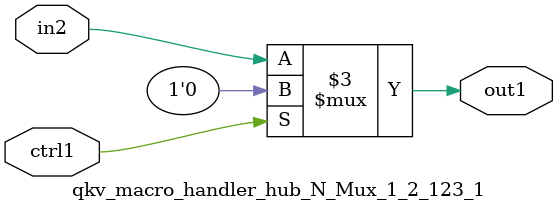
<source format=v>

`timescale 1ps / 1ps


module qkv_macro_handler_hub_N_Mux_1_2_123_1( in2, ctrl1, out1 );

    input in2;
    input ctrl1;
    output out1;
    reg out1;

    
    // rtl_process:qkv_macro_handler_hub_N_Mux_1_2_123_1/qkv_macro_handler_hub_N_Mux_1_2_123_1_thread_1
    always @*
      begin : qkv_macro_handler_hub_N_Mux_1_2_123_1_thread_1
        case (ctrl1) 
          1'b1: 
            begin
              out1 = 1'b0;
            end
          default: 
            begin
              out1 = in2;
            end
        endcase
      end

endmodule



</source>
